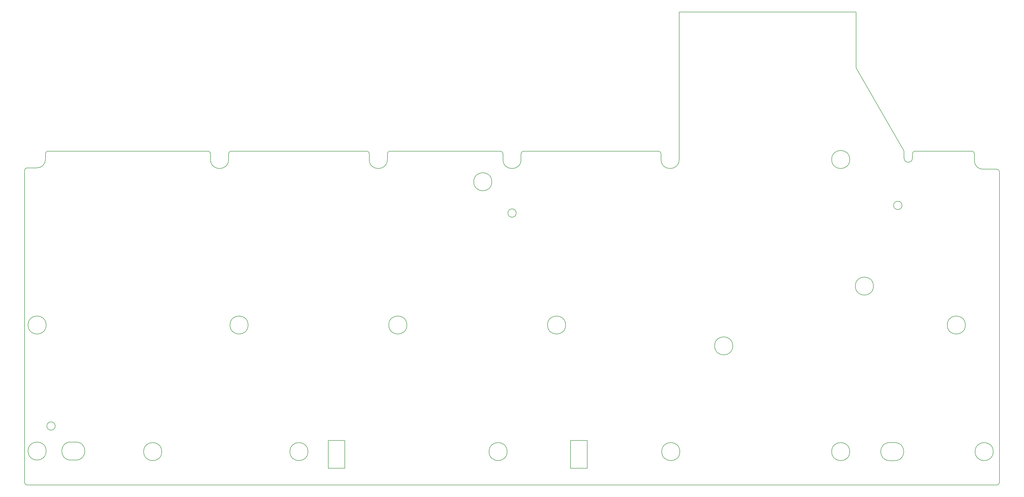
<source format=gbr>
%TF.GenerationSoftware,KiCad,Pcbnew,8.0.7*%
%TF.CreationDate,2025-01-11T19:26:11+10:30*%
%TF.ProjectId,pcb,7063622e-6b69-4636-9164-5f7063625858,1.0*%
%TF.SameCoordinates,PX1ffc7a0PYe2f9780*%
%TF.FileFunction,Profile,NP*%
%FSLAX46Y46*%
G04 Gerber Fmt 4.6, Leading zero omitted, Abs format (unit mm)*
G04 Created by KiCad (PCBNEW 8.0.7) date 2025-01-11 19:26:11*
%MOMM*%
%LPD*%
G01*
G04 APERTURE LIST*
%TA.AperFunction,Profile*%
%ADD10C,0.130000*%
%TD*%
G04 APERTURE END LIST*
D10*
X115000000Y6000000D02*
X109000000Y6000000D01*
X312400000Y8750000D02*
X310600000Y8750000D01*
X196000000Y6000000D02*
X196000000Y16000000D01*
X137250000Y57500000D02*
G75*
G02*
X130750000Y57500000I-3250000J0D01*
G01*
X130750000Y57500000D02*
G75*
G02*
X137250000Y57500000I3250000J0D01*
G01*
X66750000Y117000000D02*
X66750000Y119000000D01*
X298629978Y149770627D02*
X315620022Y120229373D01*
X130250000Y117000000D02*
X130250000Y119000000D01*
X131250000Y120000000D02*
X170750000Y120000000D01*
X228500000Y117000000D02*
X228500000Y119000000D01*
X318750000Y119000000D02*
G75*
G02*
X319750000Y120000000I1000000J0D01*
G01*
X123750000Y117000000D02*
X123750000Y119000000D01*
X73250000Y117000000D02*
X73250000Y119000000D01*
X1000000Y114000000D02*
X4500000Y114000000D01*
X65750000Y120000000D02*
G75*
G02*
X66750000Y119000000I0J-1000000D01*
G01*
X80250000Y57500000D02*
G75*
G02*
X73750000Y57500000I-3250000J0D01*
G01*
X73750000Y57500000D02*
G75*
G02*
X80250000Y57500000I3250000J0D01*
G01*
X340000000Y120000000D02*
X319750000Y120000000D01*
X235250000Y12000000D02*
G75*
G02*
X228750000Y12000000I-3250000J0D01*
G01*
X228750000Y12000000D02*
G75*
G02*
X235250000Y12000000I3250000J0D01*
G01*
X312400000Y15250000D02*
G75*
G02*
X312400000Y8750000I0J-3250000D01*
G01*
X304750000Y71500000D02*
G75*
G02*
X298250000Y71500000I-3250000J0D01*
G01*
X298250000Y71500000D02*
G75*
G02*
X304750000Y71500000I3250000J0D01*
G01*
X196000000Y16000000D02*
X202000000Y16000000D01*
X310600000Y8750000D02*
G75*
G02*
X310600000Y15250000I0J3250000D01*
G01*
X315000000Y100500000D02*
G75*
G02*
X312000000Y100500000I-1500000J0D01*
G01*
X312000000Y100500000D02*
G75*
G02*
X315000000Y100500000I1500000J0D01*
G01*
X318750000Y117500000D02*
G75*
G02*
X315750000Y117500000I-1500000J0D01*
G01*
X298500000Y170000000D02*
X235000000Y170000000D01*
X7750000Y12200000D02*
G75*
G02*
X1250000Y12200000I-3250000J0D01*
G01*
X1250000Y12200000D02*
G75*
G02*
X7750000Y12200000I3250000J0D01*
G01*
X340000000Y120000000D02*
G75*
G02*
X341000000Y119000000I0J-1000000D01*
G01*
X235000000Y119000000D02*
X235000000Y170000000D01*
X318750000Y117500000D02*
X318750000Y119000000D01*
X235000000Y117000000D02*
G75*
G02*
X228500000Y117000000I-3250000J0D01*
G01*
X344000000Y113500000D02*
G75*
G02*
X341000000Y116500000I0J3000000D01*
G01*
X341000000Y119000000D02*
X341000000Y116500000D01*
X18400000Y8950000D02*
X16600000Y8950000D01*
X7500000Y117000000D02*
X7500000Y119000000D01*
X74250000Y120000000D02*
X122750000Y120000000D01*
X344000000Y113500000D02*
X349000000Y113500000D01*
X11000000Y21200000D02*
G75*
G02*
X8000000Y21200000I-1500000J0D01*
G01*
X8000000Y21200000D02*
G75*
G02*
X11000000Y21200000I1500000J0D01*
G01*
X310600000Y15250000D02*
X312400000Y15250000D01*
X122750000Y120000000D02*
G75*
G02*
X123750000Y119000000I0J-1000000D01*
G01*
X130250000Y117000000D02*
G75*
G02*
X123750000Y117000000I-3250000J0D01*
G01*
X315750000Y117500000D02*
X315750000Y119736360D01*
X235000000Y117000000D02*
X235000000Y119000000D01*
X109000000Y6000000D02*
X109000000Y16000000D01*
X130250000Y119000000D02*
G75*
G02*
X131250000Y120000000I1000000J0D01*
G01*
X227500000Y120000000D02*
G75*
G02*
X228500000Y119000000I0J-1000000D01*
G01*
X8500000Y120000000D02*
X65750000Y120000000D01*
X298629978Y149770627D02*
G75*
G02*
X298499973Y150263640I870422J493173D01*
G01*
X7750000Y57500000D02*
G75*
G02*
X1250000Y57500000I-3250000J0D01*
G01*
X1250000Y57500000D02*
G75*
G02*
X7750000Y57500000I3250000J0D01*
G01*
X16600000Y8950000D02*
G75*
G02*
X16600000Y15450000I0J3250000D01*
G01*
X347750000Y12000000D02*
G75*
G02*
X341250000Y12000000I-3250000J0D01*
G01*
X341250000Y12000000D02*
G75*
G02*
X347750000Y12000000I3250000J0D01*
G01*
X171750000Y117000000D02*
X171750000Y119000000D01*
X296250000Y117000000D02*
G75*
G02*
X289750000Y117000000I-3250000J0D01*
G01*
X289750000Y117000000D02*
G75*
G02*
X296250000Y117000000I3250000J0D01*
G01*
X337750000Y57500000D02*
G75*
G02*
X331250000Y57500000I-3250000J0D01*
G01*
X331250000Y57500000D02*
G75*
G02*
X337750000Y57500000I3250000J0D01*
G01*
X49250000Y12000000D02*
G75*
G02*
X42750000Y12000000I-3250000J0D01*
G01*
X42750000Y12000000D02*
G75*
G02*
X49250000Y12000000I3250000J0D01*
G01*
X0Y1000000D02*
X0Y113000000D01*
X315620022Y120229373D02*
G75*
G02*
X315750027Y119736360I-870422J-493173D01*
G01*
X7500000Y117000000D02*
G75*
G02*
X4500000Y114000000I-3000000J0D01*
G01*
X7500000Y119000000D02*
G75*
G02*
X8500000Y120000000I1000000J0D01*
G01*
X18400000Y15450000D02*
G75*
G02*
X18400000Y8950000I0J-3250000D01*
G01*
X254250000Y50000000D02*
G75*
G02*
X247750000Y50000000I-3250000J0D01*
G01*
X247750000Y50000000D02*
G75*
G02*
X254250000Y50000000I3250000J0D01*
G01*
X178250000Y117000000D02*
G75*
G02*
X171750000Y117000000I-3250000J0D01*
G01*
X176500000Y97750000D02*
G75*
G02*
X173500000Y97750000I-1500000J0D01*
G01*
X173500000Y97750000D02*
G75*
G02*
X176500000Y97750000I1500000J0D01*
G01*
X170750000Y120000000D02*
G75*
G02*
X171750000Y119000000I0J-1000000D01*
G01*
X73250000Y117000000D02*
G75*
G02*
X66750000Y117000000I-3250000J0D01*
G01*
X16600000Y15450000D02*
X18400000Y15450000D01*
X202000000Y6000000D02*
X196000000Y6000000D01*
X202000000Y16000000D02*
X202000000Y6000000D01*
X296250000Y12000000D02*
G75*
G02*
X289750000Y12000000I-3250000J0D01*
G01*
X289750000Y12000000D02*
G75*
G02*
X296250000Y12000000I3250000J0D01*
G01*
X178250000Y117000000D02*
X178250000Y119000000D01*
X0Y113000000D02*
G75*
G02*
X1000000Y114000000I1000000J0D01*
G01*
X178250000Y119000000D02*
G75*
G02*
X179250000Y120000000I1000000J0D01*
G01*
X1000000Y0D02*
G75*
G02*
X0Y1000000I0J1000000D01*
G01*
X167750000Y109000000D02*
G75*
G02*
X161250000Y109000000I-3250000J0D01*
G01*
X161250000Y109000000D02*
G75*
G02*
X167750000Y109000000I3250000J0D01*
G01*
X101750000Y12000000D02*
G75*
G02*
X95250000Y12000000I-3250000J0D01*
G01*
X95250000Y12000000D02*
G75*
G02*
X101750000Y12000000I3250000J0D01*
G01*
X349000000Y113500000D02*
G75*
G02*
X350000000Y112500000I0J-1000000D01*
G01*
X350000000Y1000000D02*
X350000000Y112500000D01*
X1000000Y0D02*
X349000000Y0D01*
X109000000Y16000000D02*
X115000000Y16000000D01*
X73250000Y119000000D02*
G75*
G02*
X74250000Y120000000I1000000J0D01*
G01*
X350000000Y1000000D02*
G75*
G02*
X349000000Y0I-1000000J0D01*
G01*
X194250000Y57500000D02*
G75*
G02*
X187750000Y57500000I-3250000J0D01*
G01*
X187750000Y57500000D02*
G75*
G02*
X194250000Y57500000I3250000J0D01*
G01*
X179250000Y120000000D02*
X227500000Y120000000D01*
X298500000Y150263640D02*
X298500000Y170000000D01*
X115000000Y16000000D02*
X115000000Y6000000D01*
X173250000Y12000000D02*
G75*
G02*
X166750000Y12000000I-3250000J0D01*
G01*
X166750000Y12000000D02*
G75*
G02*
X173250000Y12000000I3250000J0D01*
G01*
M02*

</source>
